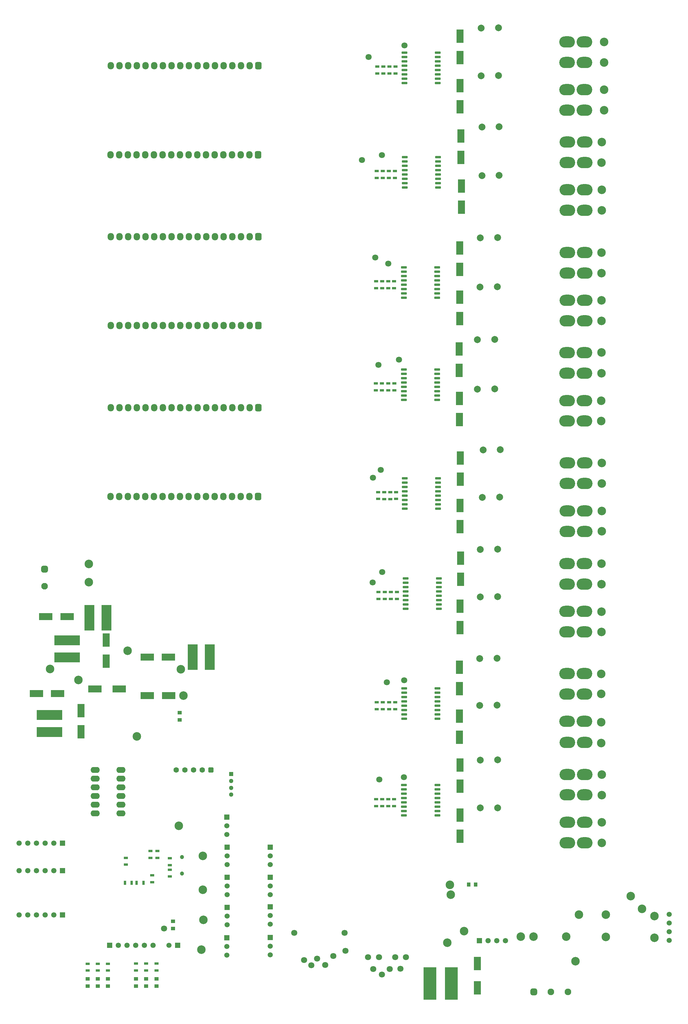
<source format=gbr>
%TF.GenerationSoftware,Altium Limited,Altium Designer,24.10.1 (45)*%
G04 Layer_Color=255*
%FSLAX43Y43*%
%MOMM*%
%TF.SameCoordinates,766D9AF5-BA92-4156-BEB6-FD46E2A8267A*%
%TF.FilePolarity,Positive*%
%TF.FileFunction,Pads,Top*%
%TF.Part,Single*%
G01*
G75*
%TA.AperFunction,SMDPad,CuDef*%
%ADD11R,3.000X7.500*%
%ADD12R,7.500X3.000*%
%ADD13R,3.750X9.500*%
%ADD14R,1.100X1.200*%
%ADD15R,1.250X0.800*%
%ADD16R,0.800X1.250*%
%ADD17R,1.200X1.100*%
%ADD18R,4.000X2.000*%
G04:AMPARAMS|DCode=19|XSize=1.65mm|YSize=0.6mm|CornerRadius=0.051mm|HoleSize=0mm|Usage=FLASHONLY|Rotation=0.000|XOffset=0mm|YOffset=0mm|HoleType=Round|Shape=RoundedRectangle|*
%AMROUNDEDRECTD19*
21,1,1.650,0.498,0,0,0.0*
21,1,1.548,0.600,0,0,0.0*
1,1,0.102,0.774,-0.249*
1,1,0.102,-0.774,-0.249*
1,1,0.102,-0.774,0.249*
1,1,0.102,0.774,0.249*
%
%ADD19ROUNDEDRECTD19*%
%ADD20R,2.000X4.000*%
%TA.AperFunction,ComponentPad*%
%ADD28R,1.500X1.500*%
%ADD29C,1.500*%
%ADD30C,1.550*%
%ADD31R,1.550X1.550*%
%ADD32C,1.800*%
%ADD33O,2.700X1.750*%
%ADD34C,2.500*%
%ADD35R,1.500X1.500*%
%ADD36C,1.300*%
%ADD37R,1.300X1.300*%
%ADD38C,1.200*%
%ADD39C,1.600*%
G04:AMPARAMS|DCode=40|XSize=1.6mm|YSize=1.6mm|CornerRadius=0.4mm|HoleSize=0mm|Usage=FLASHONLY|Rotation=180.000|XOffset=0mm|YOffset=0mm|HoleType=Round|Shape=RoundedRectangle|*
%AMROUNDEDRECTD40*
21,1,1.600,0.800,0,0,180.0*
21,1,0.800,1.600,0,0,180.0*
1,1,0.800,-0.400,0.400*
1,1,0.800,0.400,0.400*
1,1,0.800,0.400,-0.400*
1,1,0.800,-0.400,-0.400*
%
%ADD40ROUNDEDRECTD40*%
%ADD41C,1.950*%
G04:AMPARAMS|DCode=42|XSize=1.95mm|YSize=1.95mm|CornerRadius=0.488mm|HoleSize=0mm|Usage=FLASHONLY|Rotation=0.000|XOffset=0mm|YOffset=0mm|HoleType=Round|Shape=RoundedRectangle|*
%AMROUNDEDRECTD42*
21,1,1.950,0.975,0,0,0.0*
21,1,0.975,1.950,0,0,0.0*
1,1,0.975,0.488,-0.488*
1,1,0.975,-0.488,-0.488*
1,1,0.975,-0.488,0.488*
1,1,0.975,0.488,0.488*
%
%ADD42ROUNDEDRECTD42*%
%ADD43O,1.905X2.159*%
G04:AMPARAMS|DCode=44|XSize=1.905mm|YSize=2.159mm|CornerRadius=0.476mm|HoleSize=0mm|Usage=FLASHONLY|Rotation=0.000|XOffset=0mm|YOffset=0mm|HoleType=Round|Shape=RoundedRectangle|*
%AMROUNDEDRECTD44*
21,1,1.905,1.206,0,0,0.0*
21,1,0.953,2.159,0,0,0.0*
1,1,0.953,0.476,-0.603*
1,1,0.953,-0.476,-0.603*
1,1,0.953,-0.476,0.603*
1,1,0.953,0.476,0.603*
%
%ADD44ROUNDEDRECTD44*%
%ADD45C,2.000*%
%ADD46O,4.572X3.302*%
G04:AMPARAMS|DCode=47|XSize=1.95mm|YSize=1.95mm|CornerRadius=0.488mm|HoleSize=0mm|Usage=FLASHONLY|Rotation=270.000|XOffset=0mm|YOffset=0mm|HoleType=Round|Shape=RoundedRectangle|*
%AMROUNDEDRECTD47*
21,1,1.950,0.975,0,0,270.0*
21,1,0.975,1.950,0,0,270.0*
1,1,0.975,-0.488,-0.488*
1,1,0.975,-0.488,0.488*
1,1,0.975,0.488,0.488*
1,1,0.975,0.488,-0.488*
%
%ADD47ROUNDEDRECTD47*%
D11*
X27625Y113350D02*
D03*
X22625D02*
D03*
X52880Y101789D02*
D03*
X57880D02*
D03*
D12*
X16120Y101709D02*
D03*
Y106709D02*
D03*
X10960Y79899D02*
D03*
Y84899D02*
D03*
D13*
X122300Y6325D02*
D03*
X128550D02*
D03*
D14*
X135693Y35267D02*
D03*
X133593D02*
D03*
D15*
X42231Y12101D02*
D03*
Y10101D02*
D03*
X39231Y12101D02*
D03*
Y10101D02*
D03*
X36231Y12101D02*
D03*
Y10101D02*
D03*
X40507Y43073D02*
D03*
Y45073D02*
D03*
X33317Y43076D02*
D03*
Y41076D02*
D03*
X40992Y37924D02*
D03*
Y35924D02*
D03*
X46195Y39594D02*
D03*
Y37594D02*
D03*
X46195Y40924D02*
D03*
Y42924D02*
D03*
X42505Y43073D02*
D03*
Y45073D02*
D03*
X25081Y12076D02*
D03*
Y10076D02*
D03*
X28081Y12076D02*
D03*
Y10076D02*
D03*
X22081Y12076D02*
D03*
Y10076D02*
D03*
X108222Y181879D02*
D03*
Y179879D02*
D03*
X110103D02*
D03*
Y181879D02*
D03*
X108315Y211764D02*
D03*
Y209764D02*
D03*
X110095D02*
D03*
Y211764D02*
D03*
X108667Y274603D02*
D03*
Y272603D02*
D03*
X110450D02*
D03*
Y274603D02*
D03*
X108473Y244022D02*
D03*
Y242022D02*
D03*
X110263Y242012D02*
D03*
Y244012D02*
D03*
X111843Y179879D02*
D03*
Y181879D02*
D03*
X106463D02*
D03*
Y179879D02*
D03*
X111820Y209759D02*
D03*
Y211759D02*
D03*
X106540Y211758D02*
D03*
Y209758D02*
D03*
X112220Y272603D02*
D03*
Y274603D02*
D03*
X106847D02*
D03*
Y272603D02*
D03*
X112072Y242012D02*
D03*
Y244012D02*
D03*
X106683D02*
D03*
Y242012D02*
D03*
X108340Y60205D02*
D03*
Y58205D02*
D03*
X110064Y58205D02*
D03*
Y60205D02*
D03*
X108484Y88555D02*
D03*
Y86555D02*
D03*
X110314Y86575D02*
D03*
Y88575D02*
D03*
X108934Y150049D02*
D03*
Y148049D02*
D03*
X110654D02*
D03*
Y150049D02*
D03*
X109065Y120824D02*
D03*
Y118824D02*
D03*
X110868D02*
D03*
Y120824D02*
D03*
X111824Y58205D02*
D03*
Y60205D02*
D03*
X106564Y60205D02*
D03*
Y58205D02*
D03*
X112104Y86555D02*
D03*
Y88555D02*
D03*
X106734D02*
D03*
Y86555D02*
D03*
X112404Y148079D02*
D03*
Y150079D02*
D03*
X107144D02*
D03*
Y148079D02*
D03*
X112645Y118824D02*
D03*
Y120824D02*
D03*
X107238D02*
D03*
Y118824D02*
D03*
D16*
X38453Y35797D02*
D03*
X36453D02*
D03*
X33007Y35798D02*
D03*
X35007D02*
D03*
D17*
X47087Y24508D02*
D03*
Y22408D02*
D03*
X42231Y5551D02*
D03*
Y7651D02*
D03*
X22081Y5526D02*
D03*
Y7626D02*
D03*
X39231Y5551D02*
D03*
Y7651D02*
D03*
X36231Y5551D02*
D03*
Y7651D02*
D03*
X28081Y5526D02*
D03*
Y7626D02*
D03*
X25081Y5526D02*
D03*
Y7626D02*
D03*
X49035Y83435D02*
D03*
Y85535D02*
D03*
D18*
X16100Y113629D02*
D03*
X9877D02*
D03*
X45765Y101759D02*
D03*
X39542D02*
D03*
X7125Y91159D02*
D03*
X13348D02*
D03*
X24260Y92459D02*
D03*
X31360D02*
D03*
X39582Y90534D02*
D03*
X45805D02*
D03*
D19*
X114678Y185959D02*
D03*
Y184689D02*
D03*
Y179609D02*
D03*
Y178339D02*
D03*
X124428Y177069D02*
D03*
Y178339D02*
D03*
Y179609D02*
D03*
Y180879D02*
D03*
Y182149D02*
D03*
Y183419D02*
D03*
Y184689D02*
D03*
Y185959D02*
D03*
X114678Y182149D02*
D03*
Y183419D02*
D03*
Y177069D02*
D03*
Y180879D02*
D03*
X114625Y215839D02*
D03*
Y214569D02*
D03*
Y209489D02*
D03*
Y208219D02*
D03*
X124375Y206949D02*
D03*
Y208219D02*
D03*
Y209489D02*
D03*
Y210759D02*
D03*
Y212029D02*
D03*
Y213299D02*
D03*
Y214569D02*
D03*
Y215839D02*
D03*
X114625Y212029D02*
D03*
Y213299D02*
D03*
Y206949D02*
D03*
Y210759D02*
D03*
X114815Y278678D02*
D03*
Y277408D02*
D03*
Y272328D02*
D03*
Y271058D02*
D03*
X124565Y269788D02*
D03*
Y271058D02*
D03*
Y272328D02*
D03*
Y273598D02*
D03*
Y274868D02*
D03*
Y276138D02*
D03*
Y277408D02*
D03*
Y278678D02*
D03*
X114815Y274868D02*
D03*
Y276138D02*
D03*
Y269788D02*
D03*
Y273598D02*
D03*
X114887Y248113D02*
D03*
Y246843D02*
D03*
Y241763D02*
D03*
Y240493D02*
D03*
X124637Y239223D02*
D03*
Y240493D02*
D03*
Y241763D02*
D03*
Y243033D02*
D03*
Y244303D02*
D03*
Y245573D02*
D03*
Y246843D02*
D03*
Y248113D02*
D03*
X114887Y244303D02*
D03*
Y245573D02*
D03*
Y239223D02*
D03*
Y243033D02*
D03*
X114699Y59310D02*
D03*
Y55500D02*
D03*
Y61850D02*
D03*
Y60580D02*
D03*
X124449Y64390D02*
D03*
Y63120D02*
D03*
Y61850D02*
D03*
Y60580D02*
D03*
Y59310D02*
D03*
Y58040D02*
D03*
Y56770D02*
D03*
Y55500D02*
D03*
X114699Y56770D02*
D03*
Y58040D02*
D03*
Y63120D02*
D03*
Y64390D02*
D03*
X114769Y92660D02*
D03*
Y91390D02*
D03*
Y86310D02*
D03*
Y85040D02*
D03*
X124519Y83770D02*
D03*
Y85040D02*
D03*
Y86310D02*
D03*
Y87580D02*
D03*
Y88850D02*
D03*
Y90120D02*
D03*
Y91390D02*
D03*
Y92660D02*
D03*
X114769Y88850D02*
D03*
Y90120D02*
D03*
Y83770D02*
D03*
Y87580D02*
D03*
X114939Y154154D02*
D03*
Y152884D02*
D03*
Y147804D02*
D03*
Y146534D02*
D03*
X124689Y145264D02*
D03*
Y146534D02*
D03*
Y147804D02*
D03*
Y149074D02*
D03*
Y150344D02*
D03*
Y151614D02*
D03*
Y152884D02*
D03*
Y154154D02*
D03*
X114939Y150344D02*
D03*
Y151614D02*
D03*
Y145264D02*
D03*
Y149074D02*
D03*
X115141Y124849D02*
D03*
Y123579D02*
D03*
Y118499D02*
D03*
Y117229D02*
D03*
X124891Y115959D02*
D03*
Y117229D02*
D03*
Y118499D02*
D03*
Y119769D02*
D03*
Y121039D02*
D03*
Y122309D02*
D03*
Y123579D02*
D03*
Y124849D02*
D03*
X115141Y121039D02*
D03*
Y122309D02*
D03*
Y115959D02*
D03*
Y119769D02*
D03*
D20*
X130933Y177532D02*
D03*
Y171309D02*
D03*
X130873Y185719D02*
D03*
Y191942D02*
D03*
X131000Y207082D02*
D03*
Y200859D02*
D03*
Y221512D02*
D03*
Y215289D02*
D03*
X131050Y269021D02*
D03*
Y262798D02*
D03*
Y283483D02*
D03*
Y277260D02*
D03*
X131472Y239676D02*
D03*
Y233453D02*
D03*
X131322Y254276D02*
D03*
Y248053D02*
D03*
X131074Y55603D02*
D03*
Y49380D02*
D03*
Y64000D02*
D03*
Y70223D02*
D03*
X130954Y84530D02*
D03*
Y78307D02*
D03*
Y98793D02*
D03*
Y92570D02*
D03*
X131104Y146187D02*
D03*
Y139964D02*
D03*
X131194Y160067D02*
D03*
Y153844D02*
D03*
X131126Y116682D02*
D03*
Y110459D02*
D03*
X131236Y130767D02*
D03*
Y124544D02*
D03*
X136175Y5025D02*
D03*
Y12125D02*
D03*
X20210Y79934D02*
D03*
Y86157D02*
D03*
X27550Y106822D02*
D03*
Y100599D02*
D03*
D28*
X75555Y19790D02*
D03*
Y46190D02*
D03*
Y37375D02*
D03*
Y28705D02*
D03*
X62917Y46131D02*
D03*
X62867Y54961D02*
D03*
X62943Y28567D02*
D03*
X62842Y19667D02*
D03*
X62893Y37342D02*
D03*
D29*
X75555Y17250D02*
D03*
Y14710D02*
D03*
X45947Y17456D02*
D03*
X192275Y18900D02*
D03*
Y21440D02*
D03*
Y23980D02*
D03*
Y26520D02*
D03*
X75555Y41110D02*
D03*
Y43650D02*
D03*
Y32295D02*
D03*
Y34835D02*
D03*
Y23625D02*
D03*
Y26165D02*
D03*
X62917Y43591D02*
D03*
Y41051D02*
D03*
X62867Y52421D02*
D03*
Y49881D02*
D03*
X62943Y26027D02*
D03*
Y23487D02*
D03*
X62842Y17127D02*
D03*
Y14587D02*
D03*
X62893Y34802D02*
D03*
Y32262D02*
D03*
D30*
X139263Y18847D02*
D03*
X141803D02*
D03*
X144343D02*
D03*
X12207Y47332D02*
D03*
X9667D02*
D03*
X7127D02*
D03*
X4587D02*
D03*
X2047D02*
D03*
X31117Y17496D02*
D03*
X33657D02*
D03*
X36197D02*
D03*
X38737D02*
D03*
X41277D02*
D03*
X12242Y26332D02*
D03*
X9702D02*
D03*
X7162D02*
D03*
X4622D02*
D03*
X2082D02*
D03*
X12197Y39332D02*
D03*
X9657D02*
D03*
X7117D02*
D03*
X4577D02*
D03*
X2037D02*
D03*
D31*
X136723Y18847D02*
D03*
X14747Y47332D02*
D03*
X28577Y17496D02*
D03*
X14782Y26332D02*
D03*
X14737Y39332D02*
D03*
D32*
X108200Y8900D02*
D03*
X107875Y156600D02*
D03*
X107225Y187275D02*
D03*
X113260Y188834D02*
D03*
X105600Y154275D02*
D03*
X108303Y126725D02*
D03*
X105544Y123600D02*
D03*
X91650Y11675D02*
D03*
X82550Y21080D02*
D03*
X87600Y11650D02*
D03*
X89291Y13536D02*
D03*
X85475Y13174D02*
D03*
X104125Y14011D02*
D03*
X105675Y10500D02*
D03*
X110512Y10538D02*
D03*
X107375Y14011D02*
D03*
X112105D02*
D03*
X115250D02*
D03*
X113650Y10625D02*
D03*
X97575Y15854D02*
D03*
X97325Y21070D02*
D03*
X94000Y14350D02*
D03*
X108225Y248725D02*
D03*
X110050Y216950D02*
D03*
X106292Y218700D02*
D03*
X109675Y94450D02*
D03*
X104325Y277400D02*
D03*
X114769Y94997D02*
D03*
X114699Y66652D02*
D03*
X114815Y280779D02*
D03*
X102376Y247251D02*
D03*
X107450Y65950D02*
D03*
X44475Y22408D02*
D03*
D33*
X31828Y56037D02*
D03*
Y58577D02*
D03*
Y61117D02*
D03*
Y63657D02*
D03*
Y66197D02*
D03*
Y68737D02*
D03*
X24328D02*
D03*
Y66197D02*
D03*
Y63657D02*
D03*
Y61117D02*
D03*
Y58577D02*
D03*
Y56037D02*
D03*
D34*
X36475Y78625D02*
D03*
X22475Y123733D02*
D03*
Y129067D02*
D03*
X187993Y19638D02*
D03*
X173793Y19891D02*
D03*
X181023Y31868D02*
D03*
X173793Y26418D02*
D03*
X187993Y25998D02*
D03*
X184373Y28158D02*
D03*
X55823Y43591D02*
D03*
X48750Y52421D02*
D03*
X55948Y24951D02*
D03*
X55372Y16167D02*
D03*
X55793Y33754D02*
D03*
X148858Y20002D02*
D03*
X128125Y35198D02*
D03*
X132303Y21628D02*
D03*
X152592Y20002D02*
D03*
X164842Y12822D02*
D03*
X165876Y26412D02*
D03*
X162184Y20027D02*
D03*
X128397Y32252D02*
D03*
X127375Y18224D02*
D03*
X172433Y170854D02*
D03*
Y176854D02*
D03*
X172453Y184874D02*
D03*
Y190934D02*
D03*
X172500Y200174D02*
D03*
Y206174D02*
D03*
Y214174D02*
D03*
Y220144D02*
D03*
X173226Y261823D02*
D03*
Y267823D02*
D03*
Y275823D02*
D03*
Y281823D02*
D03*
X172592Y232498D02*
D03*
X172542Y238498D02*
D03*
X172502Y246498D02*
D03*
X172592Y252498D02*
D03*
X172574Y47455D02*
D03*
Y53465D02*
D03*
Y61445D02*
D03*
Y67465D02*
D03*
X172414Y76685D02*
D03*
Y82765D02*
D03*
Y91055D02*
D03*
Y96875D02*
D03*
X172554Y138629D02*
D03*
Y144579D02*
D03*
Y152579D02*
D03*
Y158639D02*
D03*
X172486Y109149D02*
D03*
Y115109D02*
D03*
Y123149D02*
D03*
Y129149D02*
D03*
X50111Y90534D02*
D03*
X49380Y98269D02*
D03*
X19450Y95125D02*
D03*
X11090Y98319D02*
D03*
X33830Y103699D02*
D03*
D35*
X48487Y17456D02*
D03*
D36*
X64122Y61561D02*
D03*
Y65561D02*
D03*
Y63561D02*
D03*
D37*
Y67561D02*
D03*
D38*
X49737Y43326D02*
D03*
Y38446D02*
D03*
D39*
X53122Y68807D02*
D03*
X55662D02*
D03*
X50582D02*
D03*
X48042D02*
D03*
D40*
X58202D02*
D03*
D41*
X157702Y3862D02*
D03*
X162702D02*
D03*
X9500Y122500D02*
D03*
D42*
X152702Y3862D02*
D03*
D43*
X67000Y224815D02*
D03*
X64460D02*
D03*
X59380D02*
D03*
X69540D02*
D03*
X61920D02*
D03*
X56840D02*
D03*
X54300D02*
D03*
X51760D02*
D03*
X31440D02*
D03*
X33980D02*
D03*
X41600D02*
D03*
X36520D02*
D03*
X44140D02*
D03*
X39060D02*
D03*
X46680D02*
D03*
X28900D02*
D03*
X49220D02*
D03*
X66960Y174815D02*
D03*
X64420D02*
D03*
X59340D02*
D03*
X69500D02*
D03*
X61880D02*
D03*
X56800D02*
D03*
X54260D02*
D03*
X51720D02*
D03*
X31400D02*
D03*
X33940D02*
D03*
X41560D02*
D03*
X36480D02*
D03*
X44100D02*
D03*
X39020D02*
D03*
X46640D02*
D03*
X28860D02*
D03*
X49180D02*
D03*
X66970Y198815D02*
D03*
X64430D02*
D03*
X59350D02*
D03*
X69510D02*
D03*
X61890D02*
D03*
X56810D02*
D03*
X54270D02*
D03*
X51730D02*
D03*
X31410D02*
D03*
X33950D02*
D03*
X41570D02*
D03*
X36490D02*
D03*
X44110D02*
D03*
X39030D02*
D03*
X46650D02*
D03*
X28870D02*
D03*
X49190D02*
D03*
X66910Y148815D02*
D03*
X64370D02*
D03*
X59290D02*
D03*
X69450D02*
D03*
X61830D02*
D03*
X56750D02*
D03*
X54210D02*
D03*
X51670D02*
D03*
X31350D02*
D03*
X33890D02*
D03*
X41510D02*
D03*
X36430D02*
D03*
X44050D02*
D03*
X38970D02*
D03*
X46590D02*
D03*
X28810D02*
D03*
X49130D02*
D03*
X49150Y248815D02*
D03*
X28830D02*
D03*
X46610D02*
D03*
X38990D02*
D03*
X44070D02*
D03*
X36450D02*
D03*
X41530D02*
D03*
X33910D02*
D03*
X31370D02*
D03*
X51690D02*
D03*
X54230D02*
D03*
X56770D02*
D03*
X61850D02*
D03*
X69470D02*
D03*
X59310D02*
D03*
X64390D02*
D03*
X66930D02*
D03*
X49240Y274815D02*
D03*
X28920D02*
D03*
X46700D02*
D03*
X39080D02*
D03*
X44160D02*
D03*
X36540D02*
D03*
X41620D02*
D03*
X34000D02*
D03*
X31460D02*
D03*
X51780D02*
D03*
X54320D02*
D03*
X56860D02*
D03*
X61940D02*
D03*
X69560D02*
D03*
X59400D02*
D03*
X64480D02*
D03*
X67020D02*
D03*
D44*
X72080Y224815D02*
D03*
X72040Y174815D02*
D03*
X72050Y198815D02*
D03*
X71990Y148815D02*
D03*
X72010Y248815D02*
D03*
X72100Y274815D02*
D03*
D45*
X141263Y180304D02*
D03*
X136188Y180229D02*
D03*
X141263Y194774D02*
D03*
X136188Y194699D02*
D03*
X142040Y210203D02*
D03*
X136965Y210128D02*
D03*
X142070Y224524D02*
D03*
X136995Y224449D02*
D03*
X142370Y271963D02*
D03*
X137295Y271888D02*
D03*
X142370Y285933D02*
D03*
X137295Y285858D02*
D03*
X142556Y242748D02*
D03*
X137481Y242673D02*
D03*
X142556Y257006D02*
D03*
X137481Y256931D02*
D03*
X142074Y57725D02*
D03*
X136999Y57650D02*
D03*
Y71664D02*
D03*
X142074Y71739D02*
D03*
X141914Y87735D02*
D03*
X136839Y87660D02*
D03*
X141914Y101475D02*
D03*
X136839Y101400D02*
D03*
X142674Y148609D02*
D03*
X137599Y148534D02*
D03*
X142894Y162509D02*
D03*
X137819Y162434D02*
D03*
X142056Y119499D02*
D03*
X136981Y119424D02*
D03*
X142056Y133389D02*
D03*
X136981Y133314D02*
D03*
D46*
X162393Y170854D02*
D03*
X167473D02*
D03*
X162393Y176854D02*
D03*
X167473D02*
D03*
X162393Y184854D02*
D03*
X167473D02*
D03*
X162393Y190854D02*
D03*
X167473D02*
D03*
X162460Y200174D02*
D03*
X167540D02*
D03*
X162460Y206174D02*
D03*
X167540D02*
D03*
X162460Y214174D02*
D03*
X167540D02*
D03*
X162460Y220174D02*
D03*
X167540D02*
D03*
X162450Y261823D02*
D03*
X167530D02*
D03*
X162450Y267823D02*
D03*
X167530D02*
D03*
X162450Y275823D02*
D03*
X167530D02*
D03*
X162450Y281823D02*
D03*
X167530D02*
D03*
X162502Y232498D02*
D03*
X167582D02*
D03*
X162502Y238498D02*
D03*
X167582D02*
D03*
X162502Y246498D02*
D03*
X167582D02*
D03*
X162502Y252498D02*
D03*
X167582D02*
D03*
X162534Y47465D02*
D03*
X167614D02*
D03*
X162534Y53465D02*
D03*
X167614D02*
D03*
Y61465D02*
D03*
X162534D02*
D03*
X167614Y67465D02*
D03*
X162534D02*
D03*
X162484Y76855D02*
D03*
X167564D02*
D03*
X162374Y82985D02*
D03*
X167454D02*
D03*
X162374Y90985D02*
D03*
X167454D02*
D03*
X162374Y96985D02*
D03*
X167454D02*
D03*
X162514Y138579D02*
D03*
X167594D02*
D03*
X162514Y144579D02*
D03*
X167594D02*
D03*
X162514Y152579D02*
D03*
X167594D02*
D03*
X162514Y158579D02*
D03*
X167594D02*
D03*
X162446Y109149D02*
D03*
X167526D02*
D03*
X162446Y115149D02*
D03*
X167526D02*
D03*
X162446Y123149D02*
D03*
X167526D02*
D03*
X162446Y129149D02*
D03*
X167526D02*
D03*
D47*
X9500Y127500D02*
D03*
%TF.MD5,9bb78288a40fb872ff6b4397a9bf87d7*%
M02*

</source>
